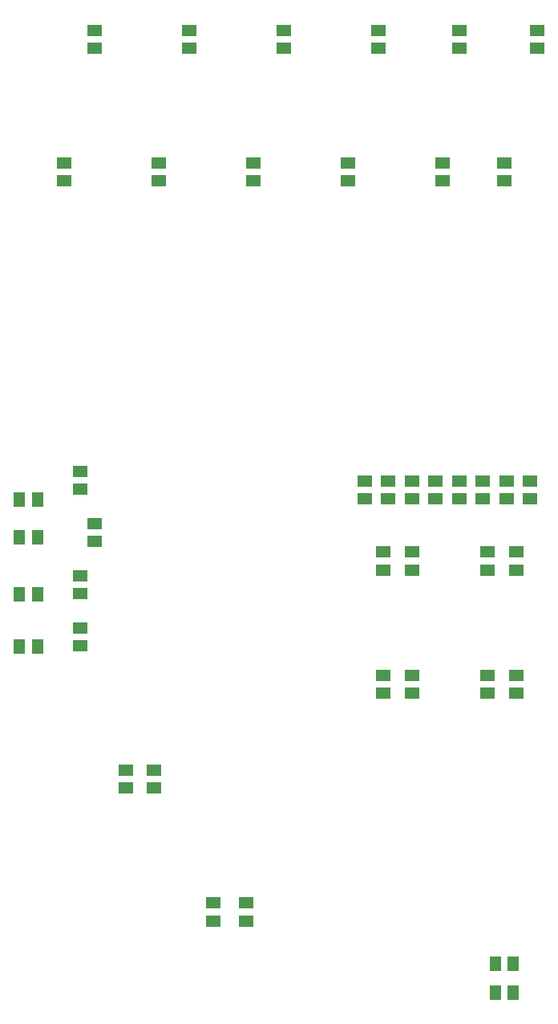
<source format=gbr>
G04 EAGLE Gerber RS-274X export*
G75*
%MOMM*%
%FSLAX34Y34*%
%LPD*%
%INSolderpaste Bottom*%
%IPPOS*%
%AMOC8*
5,1,8,0,0,1.08239X$1,22.5*%
G01*
%ADD10R,1.500000X1.300000*%
%ADD11R,1.300000X1.500000*%


D10*
X100000Y1025500D03*
X100000Y1044500D03*
X200000Y1044500D03*
X200000Y1025500D03*
X67500Y904500D03*
X67500Y885500D03*
X167500Y904500D03*
X167500Y885500D03*
X300000Y1025500D03*
X300000Y1044500D03*
X400000Y1025500D03*
X400000Y1044500D03*
X567500Y1025500D03*
X567500Y1044500D03*
X485000Y1025500D03*
X485000Y1044500D03*
X267500Y885500D03*
X267500Y904500D03*
X367500Y885500D03*
X367500Y904500D03*
X467500Y885500D03*
X467500Y904500D03*
X532500Y885500D03*
X532500Y904500D03*
X405000Y475500D03*
X405000Y494500D03*
X410000Y569500D03*
X410000Y550500D03*
X385000Y569500D03*
X385000Y550500D03*
X405000Y364500D03*
X405000Y345500D03*
X435000Y345500D03*
X435000Y364500D03*
X460000Y550500D03*
X460000Y569500D03*
X85000Y579500D03*
X85000Y560500D03*
X100000Y505500D03*
X100000Y524500D03*
X85000Y469500D03*
X85000Y450500D03*
X85000Y414500D03*
X85000Y395500D03*
D11*
X39500Y550000D03*
X20500Y550000D03*
X20500Y510000D03*
X39500Y510000D03*
X20500Y450000D03*
X39500Y450000D03*
X39500Y395000D03*
X20500Y395000D03*
D10*
X510000Y569500D03*
X510000Y550500D03*
X485000Y569500D03*
X485000Y550500D03*
X535000Y550500D03*
X535000Y569500D03*
X560000Y550500D03*
X560000Y569500D03*
X515000Y475500D03*
X515000Y494500D03*
X515000Y364500D03*
X515000Y345500D03*
X545000Y345500D03*
X545000Y364500D03*
X545000Y494500D03*
X545000Y475500D03*
X435000Y550500D03*
X435000Y569500D03*
X435000Y494500D03*
X435000Y475500D03*
X132500Y264500D03*
X132500Y245500D03*
X162500Y264500D03*
X162500Y245500D03*
D11*
X523000Y30000D03*
X542000Y30000D03*
X523000Y60000D03*
X542000Y60000D03*
D10*
X225000Y124500D03*
X225000Y105500D03*
X260000Y124500D03*
X260000Y105500D03*
M02*

</source>
